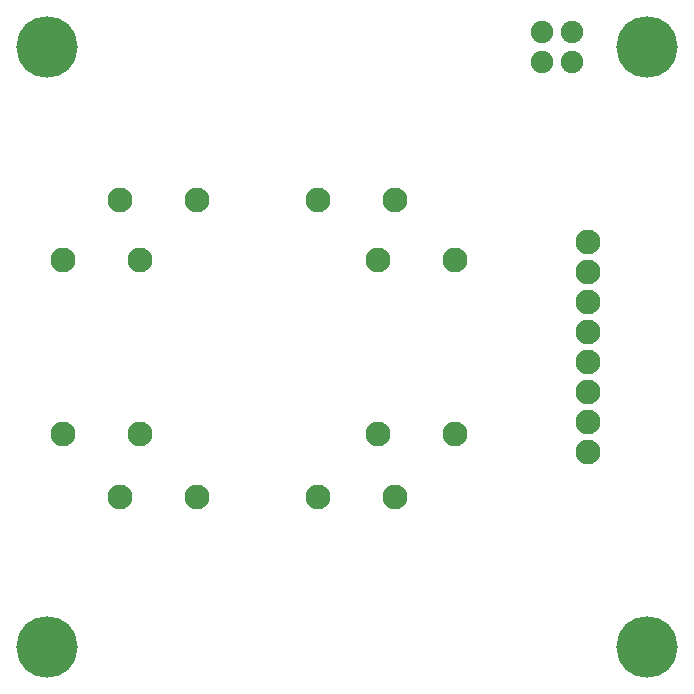
<source format=gbs>
G04 Layer: BottomSolderMaskLayer*
G04 Panelize: , Column: 2, Row: 2, Board Size: 58.42mm x 58.42mm, Panelized Board Size: 118.84mm x 118.84mm*
G04 EasyEDA v6.5.32, 2023-07-25 17:12:40*
G04 90a50ce0e3964c3490e883de99d9e253,5a6b42c53f6a479593ecc07194224c93,10*
G04 Gerber Generator version 0.2*
G04 Scale: 100 percent, Rotated: No, Reflected: No *
G04 Dimensions in millimeters *
G04 leading zeros omitted , absolute positions ,4 integer and 5 decimal *
%FSLAX45Y45*%
%MOMM*%

%ADD10C,2.1016*%
%ADD11C,5.2032*%
%ADD12C,1.9016*%

%LPD*%
D10*
G01*
X2672206Y4165600D03*
G01*
X3322193Y4165600D03*
G01*
X3180206Y3657600D03*
G01*
X3830193Y3657600D03*
G01*
X995806Y4165600D03*
G01*
X1645793Y4165600D03*
G01*
X513206Y3657600D03*
G01*
X1163193Y3657600D03*
G01*
X513206Y2184400D03*
G01*
X1163193Y2184400D03*
G01*
X995806Y1651000D03*
G01*
X1645793Y1651000D03*
G01*
X2672206Y1651000D03*
G01*
X3322193Y1651000D03*
G01*
X3180206Y2184400D03*
G01*
X3830193Y2184400D03*
D11*
G01*
X381000Y5461000D03*
G01*
X5461000Y5461000D03*
G01*
X5461000Y381000D03*
G01*
X381000Y381000D03*
D10*
G01*
X4956581Y2029205D03*
G01*
X4956581Y2283205D03*
G01*
X4956581Y2537205D03*
G01*
X4956581Y2791205D03*
G01*
X4956581Y3045205D03*
G01*
X4956581Y3299205D03*
G01*
X4956581Y3553205D03*
G01*
X4956581Y3807205D03*
D12*
G01*
X4572000Y5588000D03*
G01*
X4572000Y5334000D03*
G01*
X4826000Y5334000D03*
G01*
X4826000Y5588000D03*
M02*

</source>
